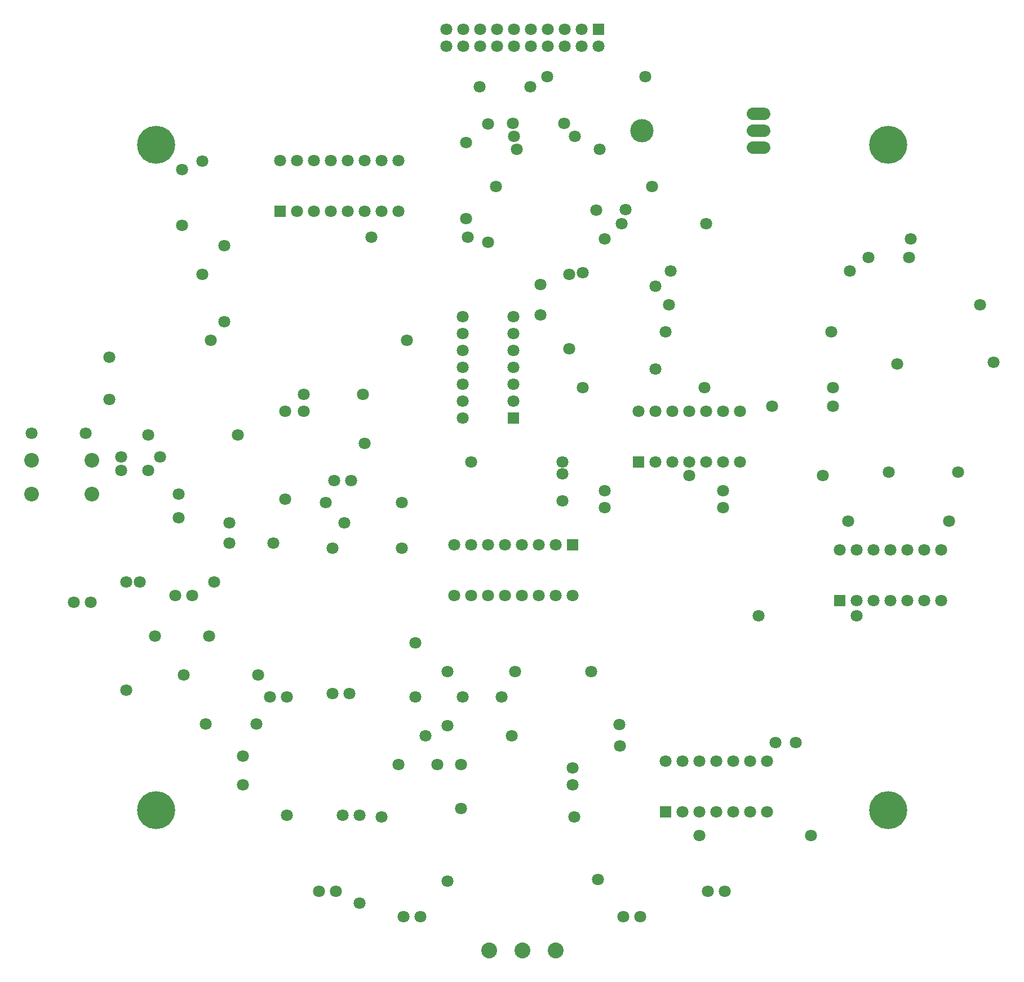
<source format=gbr>
G04 EAGLE Gerber RS-274X export*
G75*
%MOMM*%
%FSLAX34Y34*%
%LPD*%
%INSoldermask Top*%
%IPPOS*%
%AMOC8*
5,1,8,0,0,1.08239X$1,22.5*%
G01*
%ADD10C,1.803200*%
%ADD11C,1.879600*%
%ADD12C,3.505200*%
%ADD13R,1.803200X1.803200*%
%ADD14C,2.387600*%
%ADD15C,2.203200*%
%ADD16C,5.703200*%


D10*
X876300Y363220D03*
X876300Y337820D03*
X518160Y795020D03*
X543560Y795020D03*
X421640Y469900D03*
X447040Y469900D03*
X515620Y474980D03*
X541020Y474980D03*
X152400Y612140D03*
X127000Y612140D03*
X279400Y622300D03*
X304800Y622300D03*
X924560Y779780D03*
X924560Y754380D03*
X1102360Y779780D03*
X1102360Y754380D03*
X495300Y177800D03*
X520700Y177800D03*
X622300Y139700D03*
X647700Y139700D03*
X952500Y139700D03*
X977900Y139700D03*
X1079500Y177800D03*
X1104900Y177800D03*
D11*
X1147318Y1295400D02*
X1164082Y1295400D01*
X1164082Y1320800D02*
X1147318Y1320800D01*
X1147318Y1346200D02*
X1164082Y1346200D01*
D12*
X980440Y1320800D03*
D13*
X436466Y1199729D03*
D10*
X461866Y1199729D03*
X487266Y1199729D03*
X512666Y1199729D03*
X538066Y1199729D03*
X563466Y1199729D03*
X588866Y1199729D03*
X614266Y1199729D03*
X614266Y1275929D03*
X588866Y1275929D03*
X563466Y1275929D03*
X538066Y1275929D03*
X512666Y1275929D03*
X487266Y1275929D03*
X461866Y1275929D03*
X436466Y1275929D03*
D13*
X1277620Y614680D03*
D10*
X1303020Y614680D03*
X1328420Y614680D03*
X1353820Y614680D03*
X1379220Y614680D03*
X1404620Y614680D03*
X1430020Y614680D03*
X1430020Y690880D03*
X1404620Y690880D03*
X1379220Y690880D03*
X1353820Y690880D03*
X1328420Y690880D03*
X1303020Y690880D03*
X1277620Y690880D03*
D13*
X876300Y698500D03*
D10*
X850900Y698500D03*
X825500Y698500D03*
X800100Y698500D03*
X774700Y698500D03*
X749300Y698500D03*
X723900Y698500D03*
X698500Y698500D03*
X698500Y622300D03*
X723900Y622300D03*
X749300Y622300D03*
X774700Y622300D03*
X800100Y622300D03*
X825500Y622300D03*
X850900Y622300D03*
X876300Y622300D03*
D13*
X1016000Y297180D03*
D10*
X1041400Y297180D03*
X1066800Y297180D03*
X1092200Y297180D03*
X1117600Y297180D03*
X1143000Y297180D03*
X1168400Y297180D03*
X1168400Y373380D03*
X1143000Y373380D03*
X1117600Y373380D03*
X1092200Y373380D03*
X1066800Y373380D03*
X1041400Y373380D03*
X1016000Y373380D03*
D13*
X787400Y889000D03*
D10*
X787400Y914400D03*
X787400Y939800D03*
X787400Y965200D03*
X787400Y990600D03*
X787400Y1016000D03*
X787400Y1041400D03*
X711200Y1041400D03*
X711200Y1016000D03*
X711200Y990600D03*
X711200Y965200D03*
X711200Y939800D03*
X711200Y914400D03*
X711200Y889000D03*
D13*
X975360Y822960D03*
D10*
X1000760Y822960D03*
X1026160Y822960D03*
X1051560Y822960D03*
X1076960Y822960D03*
X1102360Y822960D03*
X1127760Y822960D03*
X1127760Y899160D03*
X1102360Y899160D03*
X1076960Y899160D03*
X1051560Y899160D03*
X1026160Y899160D03*
X1000760Y899160D03*
X975360Y899160D03*
D14*
X750619Y88863D03*
X800619Y88863D03*
X850619Y88863D03*
D15*
X63500Y825500D03*
X63500Y774700D03*
D13*
X915060Y1473200D03*
D10*
X915060Y1447800D03*
X889660Y1473200D03*
X889660Y1447800D03*
X864260Y1473200D03*
X864260Y1447800D03*
X838860Y1473200D03*
X838860Y1447800D03*
X813460Y1473200D03*
X813460Y1447800D03*
X788060Y1473200D03*
X788060Y1447800D03*
X762660Y1473200D03*
X762660Y1447800D03*
X737260Y1473200D03*
X737260Y1447800D03*
X711860Y1473200D03*
X711860Y1447800D03*
X686460Y1473200D03*
X686460Y1447800D03*
D15*
X153852Y825500D03*
X153852Y774700D03*
D10*
X284480Y739140D03*
X284480Y774700D03*
X180340Y916940D03*
X180340Y980440D03*
X716280Y1303020D03*
X716280Y1188720D03*
X789940Y508000D03*
X904240Y508000D03*
X723900Y822960D03*
X861060Y822960D03*
X1320800Y1130300D03*
X1381760Y1130300D03*
X1290320Y734060D03*
X1441830Y734060D03*
X1051560Y802640D03*
X1252220Y802640D03*
X947420Y396240D03*
X946689Y428529D03*
X614680Y368300D03*
X673100Y368300D03*
X426720Y701040D03*
X360680Y701040D03*
X238760Y810260D03*
X198120Y810260D03*
X144780Y866140D03*
X63500Y866140D03*
X226060Y642620D03*
X337820Y642620D03*
X373380Y863600D03*
X238760Y863600D03*
X515620Y693420D03*
X619760Y693420D03*
X861060Y764540D03*
X861060Y805180D03*
X955358Y1202180D03*
X911860Y1201420D03*
X891540Y1107440D03*
X891540Y934720D03*
X711200Y469900D03*
X769620Y469900D03*
X248920Y561340D03*
X330200Y561340D03*
X655320Y411480D03*
X784860Y411480D03*
X708660Y368300D03*
X708660Y302260D03*
X1000760Y962660D03*
X1000760Y1087120D03*
X1023620Y1109980D03*
X1292860Y1109980D03*
X688340Y426720D03*
X688340Y508000D03*
X838200Y1402080D03*
X985520Y1402080D03*
X1181100Y401320D03*
X1211580Y401320D03*
X1066800Y261620D03*
X1234440Y261620D03*
X627380Y1005840D03*
X332740Y1005840D03*
X530860Y292100D03*
X447040Y292100D03*
X736600Y1386840D03*
X812800Y1386840D03*
X916940Y1292860D03*
X792480Y1292860D03*
X879500Y1312520D03*
X788131Y1312449D03*
X786130Y1332230D03*
X862990Y1332230D03*
X1176020Y906780D03*
X1267460Y906780D03*
X556260Y292100D03*
X556260Y160020D03*
X1488440Y1059180D03*
X1021080Y1059180D03*
X878840Y289560D03*
X589280Y289560D03*
X1384300Y1158240D03*
X924560Y1158240D03*
X688340Y193040D03*
X914400Y195580D03*
X749300Y1330960D03*
X749300Y1153160D03*
X640080Y551180D03*
X640080Y469900D03*
X472440Y899160D03*
X472440Y924560D03*
X444500Y899160D03*
X444500Y767080D03*
X505460Y762000D03*
X619760Y762000D03*
X320040Y1104900D03*
X320040Y1275080D03*
X563880Y850900D03*
X561340Y924560D03*
X403860Y502920D03*
X292100Y502920D03*
X401320Y429260D03*
X325120Y429260D03*
X871220Y1104900D03*
X871220Y993140D03*
X1074420Y934720D03*
X1267460Y934720D03*
X1264920Y1018540D03*
X1016000Y1018540D03*
X828040Y1043940D03*
X828040Y1089660D03*
X1351280Y807720D03*
X1455420Y807720D03*
X1155700Y591820D03*
X1303020Y591820D03*
X205740Y642620D03*
X205740Y480060D03*
X1508760Y972820D03*
X1363980Y970280D03*
X289560Y1178560D03*
X289560Y1262380D03*
X949960Y1181100D03*
X1076960Y1181100D03*
X761110Y1236980D03*
X995680Y1236980D03*
X353060Y1033780D03*
X353060Y1148080D03*
X381000Y381000D03*
X381000Y337820D03*
X574040Y1160780D03*
X718820Y1160780D03*
D16*
X250000Y1300000D03*
X1350000Y1300000D03*
X250000Y300000D03*
X1350000Y300000D03*
D10*
X533400Y731520D03*
X198120Y830580D03*
X256540Y830580D03*
X360680Y731520D03*
M02*

</source>
